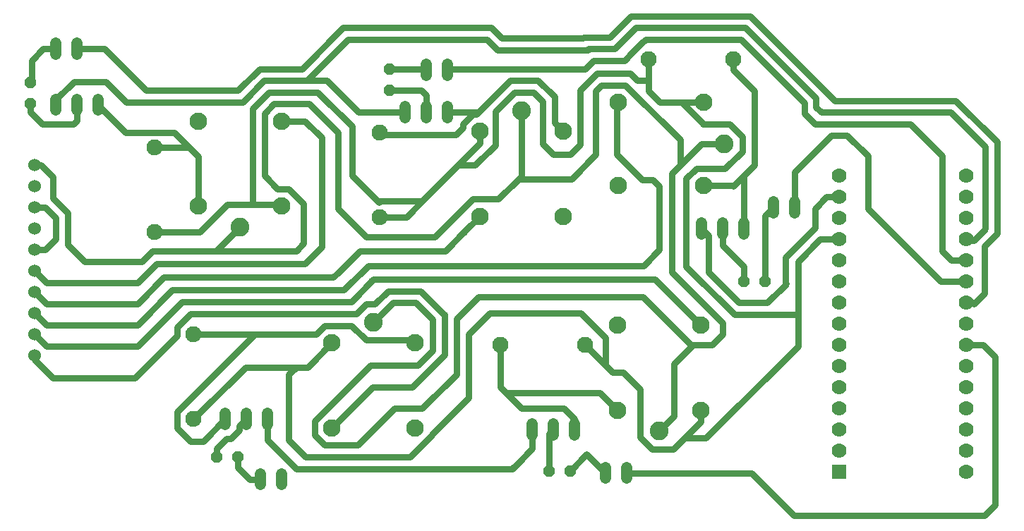
<source format=gbr>
G04 EAGLE Gerber X2 export*
%TF.Part,Single*%
%TF.FileFunction,Copper,L1,Top,Mixed*%
%TF.FilePolarity,Positive*%
%TF.GenerationSoftware,Autodesk,EAGLE,9.1.2*%
%TF.CreationDate,2019-01-09T08:49:19Z*%
G75*
%MOMM*%
%FSLAX34Y34*%
%LPD*%
%AMOC8*
5,1,8,0,0,1.08239X$1,22.5*%
G01*
%ADD10C,1.930400*%
%ADD11C,2.250000*%
%ADD12C,2.100000*%
%ADD13P,1.429621X8X22.500000*%
%ADD14C,1.320800*%
%ADD15P,1.429621X8X112.500000*%
%ADD16R,1.778000X1.778000*%
%ADD17C,1.778000*%
%ADD18C,1.524000*%
%ADD19C,0.762000*%
%ADD20C,0.762000*%


D10*
X270510Y255270D03*
X270510Y153670D03*
D11*
X486410Y269970D03*
D12*
X536410Y244970D03*
X436410Y244970D03*
X536410Y142970D03*
X436410Y142970D03*
D13*
X298450Y107950D03*
X323850Y107950D03*
D14*
X308610Y147066D02*
X308610Y160274D01*
X359410Y160274D02*
X359410Y147066D01*
X334010Y147066D02*
X334010Y160274D01*
D11*
X829310Y138970D03*
D12*
X779310Y163970D03*
X879310Y163970D03*
X779310Y265970D03*
X879310Y265970D03*
D14*
X727710Y147574D02*
X727710Y134366D01*
X676910Y134366D02*
X676910Y147574D01*
X702310Y147574D02*
X702310Y134366D01*
D10*
X638810Y242570D03*
X740410Y242570D03*
D13*
X697230Y91440D03*
X722630Y91440D03*
D10*
X223520Y480060D03*
X223520Y378460D03*
D14*
X156210Y524256D02*
X156210Y537464D01*
X105410Y537464D02*
X105410Y524256D01*
X130810Y524256D02*
X130810Y537464D01*
D15*
X74930Y532130D03*
X74930Y557530D03*
D11*
X326390Y384080D03*
D12*
X276390Y409080D03*
X376390Y409080D03*
X276390Y511080D03*
X376390Y511080D03*
D10*
X494030Y497840D03*
X494030Y396240D03*
D14*
X575310Y515366D02*
X575310Y528574D01*
X524510Y528574D02*
X524510Y515366D01*
X549910Y515366D02*
X549910Y528574D01*
D15*
X505460Y548640D03*
X505460Y574040D03*
D11*
X664210Y523970D03*
D12*
X714210Y498970D03*
X614210Y498970D03*
X714210Y396970D03*
X614210Y396970D03*
D10*
X918210Y585470D03*
X816610Y585470D03*
D14*
X930910Y388874D02*
X930910Y375666D01*
X880110Y375666D02*
X880110Y388874D01*
X905510Y388874D02*
X905510Y375666D01*
D11*
X907510Y483870D03*
D12*
X882510Y433870D03*
X882510Y533870D03*
X780510Y433870D03*
X780510Y533870D03*
D13*
X930910Y318770D03*
X956310Y318770D03*
D16*
X1045210Y90170D03*
D17*
X1045210Y115570D03*
X1045210Y140970D03*
X1045210Y166370D03*
X1045210Y191770D03*
X1045210Y217170D03*
X1045210Y242570D03*
X1045210Y267970D03*
X1045210Y293370D03*
X1045210Y318770D03*
X1045210Y344170D03*
X1045210Y369570D03*
X1045210Y394970D03*
X1045210Y420370D03*
X1045210Y445770D03*
X1197610Y445770D03*
X1197610Y420370D03*
X1197610Y394970D03*
X1197610Y369570D03*
X1197610Y344170D03*
X1197610Y318770D03*
X1197610Y293370D03*
X1197610Y267970D03*
X1197610Y242570D03*
X1197610Y217170D03*
X1197610Y191770D03*
X1197610Y166370D03*
X1197610Y140970D03*
X1197610Y115570D03*
X1197610Y90170D03*
D18*
X80010Y280670D03*
X80010Y255270D03*
X80010Y229870D03*
X80010Y306070D03*
X80010Y331470D03*
X80010Y356870D03*
X80010Y382270D03*
X80010Y407670D03*
X80010Y433070D03*
X80010Y458470D03*
D14*
X764540Y95504D02*
X764540Y82296D01*
X789940Y82296D02*
X789940Y95504D01*
X105410Y591566D02*
X105410Y604774D01*
X130810Y604774D02*
X130810Y591566D01*
X549910Y579374D02*
X549910Y566166D01*
X575310Y566166D02*
X575310Y579374D01*
X966470Y414274D02*
X966470Y401066D01*
X991870Y401066D02*
X991870Y414274D01*
X350520Y87884D02*
X350520Y74676D01*
X375920Y74676D02*
X375920Y87884D01*
D19*
X373380Y114300D02*
X359410Y128270D01*
X373380Y114300D02*
X393700Y93980D01*
X654050Y95250D02*
X657860Y99060D01*
X676910Y118110D01*
X584200Y93980D02*
X393700Y93980D01*
X584200Y93980D02*
X589280Y93980D01*
X359410Y128270D02*
X359410Y153670D01*
X880110Y382270D02*
X888746Y373634D01*
X888746Y329891D01*
X958850Y293370D02*
X980440Y314960D01*
X981710Y316230D01*
X925267Y293370D02*
X888746Y329891D01*
X925267Y293370D02*
X958850Y293370D01*
X657860Y99060D02*
X652780Y93980D01*
X980440Y314960D02*
X980440Y347417D01*
X1016000Y382977D02*
X1016000Y406400D01*
X1029970Y420370D01*
X1045210Y420370D01*
X1016000Y382977D02*
X980440Y347417D01*
X524510Y521970D02*
X468630Y521970D01*
X355457Y560070D02*
X329493Y534107D01*
X450850Y539750D02*
X468630Y521970D01*
X450850Y539750D02*
X444500Y546100D01*
X438150Y552450D01*
X430530Y560070D01*
X406400Y560070D01*
X355457Y560070D01*
X329493Y534107D02*
X189793Y534107D01*
X165100Y558800D02*
X127000Y558800D01*
X105410Y537210D02*
X105410Y530860D01*
X165100Y558800D02*
X189793Y534107D01*
X127000Y558800D02*
X105410Y537210D01*
X584200Y93980D02*
X647700Y93980D01*
X652780Y93980D01*
D20*
X450850Y539750D03*
X438150Y552450D03*
X438150Y552450D03*
X629920Y93980D03*
D19*
X676910Y118110D02*
X676910Y140970D01*
X406400Y560070D02*
X455930Y609600D01*
X622300Y609600D02*
X635000Y596900D01*
X743370Y596900D02*
X744640Y598170D01*
X775970Y598170D01*
X743370Y596900D02*
X635000Y596900D01*
X775970Y598170D02*
X801370Y623570D01*
X1017270Y539187D02*
X1017270Y528320D01*
X1017270Y539187D02*
X932887Y623570D01*
X801370Y623570D01*
X1017270Y528320D02*
X1023620Y521970D01*
X1179139Y521970D02*
X1220470Y480639D01*
X1179139Y521970D02*
X1023620Y521970D01*
X1219200Y381000D02*
X1220470Y382270D01*
X1219200Y381000D02*
X1206500Y368300D01*
X1198880Y368300D01*
X1197610Y369570D01*
X622300Y609600D02*
X455930Y609600D01*
X1220470Y480639D02*
X1220470Y382270D01*
X298450Y118110D02*
X298450Y107950D01*
X325374Y145034D02*
X334010Y153670D01*
X325374Y145034D02*
X325374Y140122D01*
X315554Y130302D01*
X310642Y130302D01*
X298450Y118110D01*
X277792Y378460D02*
X310812Y411480D01*
X341292Y411480D02*
X373990Y411480D01*
X376390Y409080D01*
X277792Y378460D02*
X223520Y378460D01*
X600710Y471170D02*
X614210Y484670D01*
X614210Y498970D01*
X816610Y560070D02*
X816610Y585470D01*
X816610Y560070D02*
X816610Y547370D01*
X830110Y533870D02*
X855980Y533870D01*
X882510Y533870D01*
X830110Y533870D02*
X816610Y547370D01*
X689610Y534670D02*
X678180Y546100D01*
X689610Y534670D02*
X689610Y483870D01*
X702310Y471170D01*
X341292Y526148D02*
X341292Y411480D01*
X341292Y526148D02*
X361243Y546100D01*
X419807Y546100D02*
X461010Y504897D01*
X419807Y546100D02*
X361243Y546100D01*
X384810Y128270D02*
X405130Y107950D01*
X557070Y134412D02*
X557070Y135430D01*
X600710Y179070D01*
X557070Y134412D02*
X530608Y107950D01*
X453390Y107950D02*
X405130Y107950D01*
X453390Y107950D02*
X530608Y107950D01*
X600710Y179070D02*
X600710Y255270D01*
X626110Y280670D01*
X660400Y280670D01*
X664210Y280670D01*
X632460Y522498D02*
X656062Y546100D01*
X678180Y546100D01*
X632460Y522498D02*
X632460Y482600D01*
X608330Y458470D01*
X588010Y458470D01*
X702310Y471170D02*
X722630Y471170D01*
X734870Y507528D02*
X734060Y508338D01*
X734870Y483410D02*
X722630Y471170D01*
X734870Y483410D02*
X734870Y507528D01*
X803284Y560070D02*
X816610Y560070D01*
X794854Y568500D02*
X754483Y568500D01*
X794854Y568500D02*
X803284Y560070D01*
X734060Y548077D02*
X734060Y508338D01*
X734060Y548077D02*
X754483Y568500D01*
X995680Y279400D02*
X995680Y266700D01*
X995680Y279400D02*
X995680Y342900D01*
X1022350Y369570D01*
X1045210Y369570D01*
X881380Y508470D02*
X855980Y533870D01*
X881380Y508470D02*
X881380Y508000D01*
X913658Y508000D01*
X928920Y492738D02*
X928920Y475002D01*
X928920Y492738D02*
X913658Y508000D01*
X908448Y454530D02*
X873952Y454530D01*
X908448Y454530D02*
X928920Y475002D01*
X861850Y442428D02*
X861850Y337030D01*
X861850Y442428D02*
X873952Y454530D01*
X919480Y279400D02*
X995680Y279400D01*
X919480Y279400D02*
X861850Y337030D01*
X806630Y189050D02*
X806630Y131372D01*
X820442Y117560D01*
X879310Y150330D02*
X879310Y163970D01*
X764540Y218440D02*
X740410Y242570D01*
X764540Y218440D02*
X773430Y209550D01*
X786130Y209550D02*
X806630Y189050D01*
X820442Y117560D02*
X838200Y117560D01*
X846540Y117560D01*
X859790Y130810D01*
X879310Y150330D01*
X885190Y130810D02*
X859790Y130810D01*
X995680Y241300D02*
X995680Y266700D01*
X995680Y241300D02*
X885190Y130810D01*
X786130Y209550D02*
X773430Y209550D01*
X341292Y411480D02*
X310812Y411480D01*
X660400Y280670D02*
X735330Y280670D01*
X764540Y251460D02*
X764540Y218440D01*
X764540Y251460D02*
X735330Y280670D01*
X332740Y215900D02*
X270510Y153670D01*
X407340Y215900D02*
X436410Y244970D01*
X393700Y215900D02*
X332740Y215900D01*
X393700Y215900D02*
X407340Y215900D01*
X384810Y207010D02*
X384810Y128270D01*
X384810Y207010D02*
X393700Y215900D01*
X461010Y445770D02*
X461010Y504897D01*
X461010Y445770D02*
X491490Y415290D01*
X492760Y414020D01*
X588010Y458470D02*
X600710Y471170D01*
X547370Y417830D02*
X525780Y396240D01*
X547370Y417830D02*
X588010Y458470D01*
X525780Y396240D02*
X494030Y396240D01*
X491490Y415290D02*
X544830Y415290D01*
X547370Y417830D01*
X532820Y248560D02*
X536410Y244970D01*
X482600Y248560D02*
X477542Y248560D01*
X482600Y248560D02*
X532820Y248560D01*
X427852Y265630D02*
X417492Y255270D01*
X342900Y255270D01*
X270510Y255270D01*
X460472Y265630D02*
X477542Y248560D01*
X460472Y265630D02*
X427852Y265630D01*
X308610Y153670D02*
X281940Y127000D01*
X266700Y127000D01*
X342900Y254078D02*
X342900Y255270D01*
X342900Y254078D02*
X250698Y161876D01*
X250698Y143002D01*
X266700Y127000D01*
X697230Y135890D02*
X697230Y91440D01*
X697230Y135890D02*
X702310Y140970D01*
X879310Y265970D02*
X823970Y321310D01*
X486410Y321310D02*
X459740Y294640D01*
X256540Y294640D01*
X93980Y241300D02*
X80010Y255270D01*
X203200Y241300D02*
X256540Y294640D01*
X203200Y241300D02*
X93980Y241300D01*
D20*
X483870Y318770D03*
D19*
X486410Y321310D02*
X823970Y321310D01*
X715010Y166370D02*
X727710Y153670D01*
X715010Y166370D02*
X664210Y166370D01*
X638810Y191770D02*
X638810Y242570D01*
X651510Y179070D02*
X664210Y166370D01*
X757860Y185420D02*
X779310Y163970D01*
X757860Y185420D02*
X645160Y185420D01*
X651510Y179070D01*
X727710Y153670D02*
X727710Y140970D01*
X645160Y185420D02*
X638810Y191770D01*
X265430Y480060D02*
X223520Y480060D01*
X276390Y469100D02*
X276390Y409080D01*
X276390Y469100D02*
X265430Y480060D01*
X247650Y497840D02*
X189230Y497840D01*
X247650Y497840D02*
X265430Y480060D01*
X189230Y497840D02*
X156210Y530860D01*
X130810Y530860D02*
X130810Y511810D01*
X98466Y507492D02*
X97958Y508000D01*
X88900Y508000D01*
X126492Y507492D02*
X130810Y511810D01*
X126492Y507492D02*
X98466Y507492D01*
X74930Y521970D02*
X74930Y532130D01*
X74930Y521970D02*
X88900Y508000D01*
X376390Y511080D02*
X404590Y511080D01*
X424180Y491490D02*
X424180Y445770D01*
X424180Y491490D02*
X404590Y511080D01*
X424180Y360680D02*
X403860Y340360D01*
X226060Y340360D01*
X203200Y317500D01*
X93980Y317500D02*
X80010Y331470D01*
X424180Y360680D02*
X424180Y445770D01*
X203200Y317500D02*
X93980Y317500D01*
X703580Y509600D02*
X714210Y498970D01*
X703580Y509600D02*
X703580Y540457D01*
X683967Y560070D01*
X650275Y560070D01*
X612175Y521970D02*
X575310Y521970D01*
X612175Y521970D02*
X650275Y560070D01*
X496570Y495300D02*
X494030Y497840D01*
X585505Y495300D02*
X593550Y503345D01*
X593550Y507528D01*
X605652Y519630D01*
X609835Y519630D01*
X612175Y521970D01*
X585505Y495300D02*
X496570Y495300D01*
X549910Y521970D02*
X549910Y542290D01*
X543560Y548640D02*
X505460Y548640D01*
X543560Y548640D02*
X549910Y542290D01*
X614210Y396970D02*
X597570Y380330D01*
X594430Y377190D01*
X597570Y380330D02*
X572840Y355600D01*
D20*
X522040Y355600D03*
D19*
X572840Y355600D02*
X469900Y355600D01*
X444500Y330200D01*
X438150Y323850D01*
X234950Y323850D01*
X203200Y292100D01*
X93980Y292100D02*
X80010Y306070D01*
X93980Y292100D02*
X203200Y292100D01*
X930910Y318770D02*
X930910Y336550D01*
X905510Y361950D01*
X905510Y382270D01*
X918210Y572770D02*
X918210Y585470D01*
X918210Y572770D02*
X943610Y547370D01*
X943610Y458470D02*
X930910Y445770D01*
X918210Y433070D01*
X917410Y433870D01*
X882510Y433870D01*
X943610Y458470D02*
X943610Y547370D01*
X930910Y445770D02*
X930910Y382270D01*
X780510Y533870D02*
X778510Y531870D01*
X778510Y471170D02*
X808990Y440690D01*
X821690Y440690D02*
X829310Y433070D01*
X829310Y356870D01*
X810260Y337820D01*
X584200Y337820D01*
X581660Y337820D01*
X778510Y471170D02*
X778510Y531870D01*
X584200Y337820D02*
X480060Y337820D01*
X450850Y308610D02*
X245110Y308610D01*
X203200Y266700D01*
X93980Y266700D02*
X80010Y280670D01*
X450850Y308610D02*
X480060Y337820D01*
X203200Y266700D02*
X93980Y266700D01*
X808990Y440690D02*
X821690Y440690D01*
X485210Y191770D02*
X436410Y142970D01*
X532837Y191770D02*
X571500Y230433D01*
X532837Y191770D02*
X485210Y191770D01*
X571500Y230433D02*
X571500Y279400D01*
X570937Y279400D01*
X542997Y307340D01*
X477542Y291380D02*
X465762Y279600D01*
X250698Y263476D02*
X250698Y254000D01*
X250698Y263476D02*
X266822Y279600D01*
X465762Y279600D01*
X250698Y254000D02*
X199898Y203200D01*
X101600Y203200D01*
X80010Y224790D01*
X80010Y229870D01*
X488063Y291380D02*
X504023Y307340D01*
X542997Y307340D01*
X488063Y291380D02*
X477542Y291380D01*
X92710Y356870D02*
X80010Y356870D01*
X92710Y356870D02*
X105410Y369570D01*
X105410Y394970D01*
X92710Y407670D01*
X80010Y407670D01*
X612824Y300482D02*
X638810Y300482D01*
X612824Y300482D02*
X585978Y273636D01*
X585978Y207464D02*
X544884Y166370D01*
X585978Y207464D02*
X585978Y273636D01*
X544884Y166370D02*
X511810Y166370D01*
X427852Y122310D02*
X415750Y134412D01*
X427852Y122310D02*
X467750Y122310D01*
X511810Y166370D01*
X482662Y218440D02*
X415750Y151528D01*
X482662Y218440D02*
X539750Y218440D01*
X415750Y151528D02*
X415750Y134412D01*
X539750Y218440D02*
X557530Y236220D01*
X557530Y273050D01*
X355600Y445770D02*
X355600Y520700D01*
X355600Y445770D02*
X371630Y429740D01*
X384948Y429740D01*
X402590Y412098D01*
X355600Y520700D02*
X367030Y532130D01*
X408940Y532130D02*
X443992Y497078D01*
X408940Y532130D02*
X367030Y532130D01*
X664210Y523970D02*
X664210Y445770D01*
X660400Y441960D01*
X636070Y417630D01*
X638810Y300482D02*
X702310Y300482D01*
X809498Y300482D01*
X867410Y242570D01*
X872490Y242570D01*
X892810Y242570D01*
X905510Y255270D01*
X905510Y269240D01*
X844550Y330200D01*
X844550Y448310D01*
X854710Y458470D02*
X880110Y483870D01*
X907510Y483870D01*
X402590Y412098D02*
X402590Y386080D01*
X509810Y293370D02*
X486410Y269970D01*
X537210Y293370D02*
X557530Y273050D01*
X537210Y293370D02*
X509810Y293370D01*
X854710Y458470D02*
X854710Y488888D01*
X789068Y554530D02*
X760270Y554530D01*
X789068Y554530D02*
X854710Y488888D01*
X760270Y554530D02*
X753110Y547370D01*
X443992Y497078D02*
X443992Y405638D01*
X477520Y372110D01*
X560070Y372110D01*
X753110Y471170D02*
X753110Y547370D01*
X723900Y441960D02*
X660400Y441960D01*
X723900Y441960D02*
X753110Y471170D01*
X844550Y448310D02*
X854710Y458470D01*
X636070Y417630D02*
X605590Y417630D01*
X560070Y372110D01*
X829310Y138970D02*
X847090Y156750D01*
X847090Y219710D01*
X869950Y242570D01*
X872490Y242570D01*
X101600Y419100D02*
X101600Y444500D01*
X87630Y458470D01*
X80010Y458470D01*
X292100Y355600D02*
X393700Y355600D01*
X292100Y355600D02*
X221543Y355600D01*
X208843Y342900D01*
X393700Y355600D02*
X402590Y364490D01*
X119380Y363220D02*
X119380Y401320D01*
X119380Y363220D02*
X139700Y342900D01*
X119380Y401320D02*
X101600Y419100D01*
X139700Y342900D02*
X208843Y342900D01*
X402590Y364490D02*
X402590Y386080D01*
X326390Y384080D02*
X297910Y355600D01*
X292100Y355600D01*
X789940Y88900D02*
X939800Y88900D01*
X1219200Y38100D02*
X1231900Y50800D01*
X1231900Y228600D01*
X1217930Y242570D01*
X1197610Y242570D01*
X990600Y38100D02*
X939800Y88900D01*
X990600Y38100D02*
X1219200Y38100D01*
X163830Y598170D02*
X130810Y598170D01*
X163830Y598170D02*
X213923Y548077D01*
X323707Y548077D02*
X349670Y574040D01*
X323707Y548077D02*
X213923Y548077D01*
X400613Y574040D02*
X450143Y623570D01*
X628087Y623570D01*
X640787Y610870D01*
X400613Y574040D02*
X349670Y574040D01*
X737584Y610870D02*
X738854Y612140D01*
X770183Y612140D01*
X737584Y610870D02*
X640787Y610870D01*
X795583Y637540D02*
X938673Y637540D01*
X795583Y637540D02*
X770183Y612140D01*
X1040273Y535940D02*
X1184926Y535940D01*
X1040273Y535940D02*
X938673Y637540D01*
X1234440Y486426D02*
X1234440Y376483D01*
X1219200Y361243D01*
X1234440Y486426D02*
X1184926Y535940D01*
X1219200Y304800D02*
X1206500Y292100D01*
X1205230Y293370D01*
X1197610Y293370D01*
X1219200Y304800D02*
X1219200Y361243D01*
X740267Y574040D02*
X576580Y574040D01*
X740267Y574040D02*
X750427Y584200D01*
X787400Y584200D01*
X796798Y593598D01*
X796798Y593676D01*
X808404Y605282D01*
X808482Y605282D01*
X812800Y609600D01*
X1003300Y533400D02*
X1003300Y520700D01*
X1016000Y508000D01*
X1130300Y508000D02*
X1168400Y469900D01*
X1168400Y355600D02*
X1179830Y344170D01*
X1197610Y344170D01*
X927100Y609600D02*
X812800Y609600D01*
X927100Y609600D02*
X1003300Y533400D01*
X1016000Y508000D02*
X1130300Y508000D01*
X1168400Y469900D02*
X1168400Y355600D01*
X576580Y574040D02*
X575310Y572770D01*
X991870Y450159D02*
X991870Y407670D01*
X1035741Y494030D02*
X1054679Y494030D01*
X1079500Y469209D01*
X1035741Y494030D02*
X991870Y450159D01*
X1079500Y469209D02*
X1079500Y406400D01*
X1167130Y318770D01*
D20*
X1167130Y318770D03*
D19*
X1197610Y318770D01*
X764540Y88900D02*
X742315Y111125D01*
X722630Y91440D01*
X323850Y95250D02*
X323850Y107950D01*
X337820Y81280D02*
X350520Y81280D01*
X337820Y81280D02*
X323850Y95250D01*
X74930Y557530D02*
X76200Y558800D01*
X76200Y584200D01*
X90170Y598170D01*
X105410Y598170D01*
X505460Y574040D02*
X548640Y574040D01*
X549910Y572770D01*
X956310Y397510D02*
X956310Y318770D01*
X956310Y397510D02*
X966470Y407670D01*
M02*

</source>
